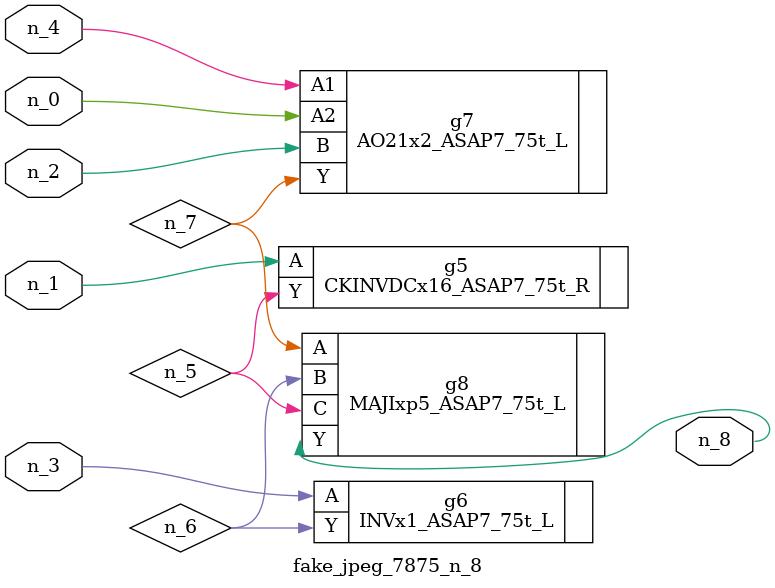
<source format=v>
module fake_jpeg_7875_n_8 (n_3, n_2, n_1, n_0, n_4, n_8);

input n_3;
input n_2;
input n_1;
input n_0;
input n_4;

output n_8;

wire n_6;
wire n_5;
wire n_7;

CKINVDCx16_ASAP7_75t_R g5 ( 
.A(n_1),
.Y(n_5)
);

INVx1_ASAP7_75t_L g6 ( 
.A(n_3),
.Y(n_6)
);

AO21x2_ASAP7_75t_L g7 ( 
.A1(n_4),
.A2(n_0),
.B(n_2),
.Y(n_7)
);

MAJIxp5_ASAP7_75t_L g8 ( 
.A(n_7),
.B(n_6),
.C(n_5),
.Y(n_8)
);


endmodule
</source>
